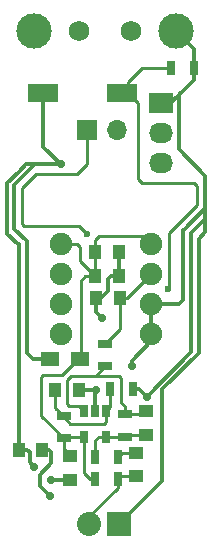
<source format=gbr>
G04 #@! TF.FileFunction,Copper,L2,Bot,Signal*
%FSLAX46Y46*%
G04 Gerber Fmt 4.6, Leading zero omitted, Abs format (unit mm)*
G04 Created by KiCad (PCBNEW 4.0.4-stable) date 01/28/17 22:06:06*
%MOMM*%
%LPD*%
G01*
G04 APERTURE LIST*
%ADD10C,0.100000*%
%ADD11R,1.000000X1.250000*%
%ADD12C,1.905000*%
%ADD13R,1.500000X1.250000*%
%ADD14R,2.500000X1.600000*%
%ADD15R,2.032000X2.032000*%
%ADD16O,2.032000X2.032000*%
%ADD17R,0.700000X1.300000*%
%ADD18R,0.650000X1.060000*%
%ADD19R,1.250000X1.000000*%
%ADD20R,2.032000X1.727200*%
%ADD21O,2.032000X1.727200*%
%ADD22R,1.300000X0.700000*%
%ADD23C,1.750000*%
%ADD24C,2.999740*%
%ADD25R,1.700000X1.700000*%
%ADD26O,1.700000X1.700000*%
%ADD27C,0.700000*%
%ADD28C,0.600000*%
%ADD29C,0.350000*%
%ADD30C,0.250000*%
G04 APERTURE END LIST*
D10*
D11*
X152000000Y-78190000D03*
X150000000Y-78190000D03*
D12*
X154740000Y-75480000D03*
X154740000Y-78020000D03*
X154740000Y-80560000D03*
X154740000Y-83100000D03*
X147120000Y-83100000D03*
X147120000Y-80560000D03*
X147120000Y-78020000D03*
X147120000Y-75480000D03*
D13*
X148710000Y-85180000D03*
X146210000Y-85180000D03*
D14*
X145580000Y-62720000D03*
X152280000Y-62720000D03*
D15*
X152030000Y-99170000D03*
D16*
X149490000Y-99170000D03*
D17*
X151890000Y-95400000D03*
X149990000Y-95400000D03*
D18*
X149050000Y-89590000D03*
X150000000Y-89590000D03*
X150950000Y-89590000D03*
X150950000Y-91790000D03*
X149050000Y-91790000D03*
D11*
X143510000Y-92870000D03*
X145510000Y-92870000D03*
D19*
X154320000Y-89630000D03*
X154320000Y-91630000D03*
X147900000Y-93460000D03*
X147900000Y-95460000D03*
D11*
X152010000Y-76150000D03*
X150010000Y-76150000D03*
D19*
X153460000Y-95130000D03*
X153460000Y-93130000D03*
D11*
X152100000Y-80080000D03*
X150100000Y-80080000D03*
X148620000Y-87870000D03*
X146620000Y-87870000D03*
D20*
X155570000Y-63570000D03*
D21*
X155570000Y-66110000D03*
X155570000Y-68650000D03*
D17*
X158350000Y-60610000D03*
X156450000Y-60610000D03*
D22*
X152490000Y-89870000D03*
X152490000Y-91770000D03*
X147320000Y-91930000D03*
X147320000Y-90030000D03*
D17*
X149990000Y-93530000D03*
X151890000Y-93530000D03*
D22*
X150850000Y-83910000D03*
X150850000Y-85810000D03*
D17*
X151260000Y-87780000D03*
X153160000Y-87780000D03*
D23*
X148600000Y-57400000D03*
X153000000Y-57400000D03*
D24*
X156800000Y-57400000D03*
X144800000Y-57400000D03*
D25*
X149280000Y-65840000D03*
D26*
X151820000Y-65840000D03*
D27*
X150570000Y-81710000D03*
X153100000Y-85760000D03*
X154360000Y-88430000D03*
X146130000Y-96770000D03*
X150060000Y-87870000D03*
X146290000Y-95460000D03*
X144820000Y-94320000D03*
X147080000Y-68720000D03*
D28*
X156120000Y-79240000D03*
X149310000Y-74630000D03*
D29*
X152030000Y-99170000D02*
X155670000Y-95530000D01*
X155670000Y-88930000D02*
X155670000Y-87780000D01*
X158760000Y-84690000D02*
X158760000Y-81830000D01*
X155670000Y-87780000D02*
X158760000Y-84690000D01*
X158760000Y-81830000D02*
X158760000Y-75580000D01*
X158760000Y-75020000D02*
X159330000Y-74450000D01*
X159330000Y-74450000D02*
X159330000Y-73340000D01*
X158760000Y-75580000D02*
X158760000Y-75020000D01*
X155670000Y-95530000D02*
X155670000Y-88930000D01*
X159330000Y-69680000D02*
X157090000Y-67440000D01*
X159330000Y-72450000D02*
X159330000Y-69680000D01*
X157190000Y-62720000D02*
X157190000Y-62730000D01*
X157090000Y-62820000D02*
X157190000Y-62720000D01*
X157090000Y-67440000D02*
X157090000Y-62820000D01*
X150100000Y-81240000D02*
X150570000Y-81710000D01*
X150100000Y-81240000D02*
X150100000Y-80080000D01*
X152000000Y-78220000D02*
X152200000Y-78220000D01*
X154740000Y-80560000D02*
X157080000Y-80560000D01*
X157080000Y-80560000D02*
X157455000Y-80185000D01*
X157455000Y-80185000D02*
X157455000Y-78445000D01*
X157455000Y-78445000D02*
X157455000Y-74325000D01*
X157455000Y-74325000D02*
X157505000Y-74275000D01*
X157505000Y-74275000D02*
X159330000Y-72450000D01*
X154740000Y-83100000D02*
X154740000Y-80560000D01*
X154740000Y-83100000D02*
X154740000Y-83700000D01*
X154740000Y-83700000D02*
X153100000Y-85340000D01*
X153100000Y-85760000D02*
X153100000Y-85340000D01*
X158110000Y-74680000D02*
X158110000Y-74560000D01*
X154360000Y-88430000D02*
X154360000Y-88400000D01*
X154360000Y-88400000D02*
X158110000Y-84600000D01*
X158110000Y-84600000D02*
X158110000Y-74750000D01*
X158110000Y-74750000D02*
X158110000Y-74680000D01*
X158110000Y-74560000D02*
X159330000Y-73340000D01*
X155320000Y-63560000D02*
X156360000Y-63560000D01*
X156360000Y-63560000D02*
X157000000Y-62920000D01*
X157010000Y-62910000D02*
X157190000Y-62730000D01*
X157000000Y-62920000D02*
X157010000Y-62910000D01*
X158350000Y-60610000D02*
X158350000Y-58950000D01*
X158350000Y-58950000D02*
X156800000Y-57400000D01*
X158350000Y-61530000D02*
X158350000Y-60610000D01*
X158370000Y-61550000D02*
X158350000Y-61530000D01*
X157190000Y-62730000D02*
X158370000Y-61550000D01*
X159330000Y-73340000D02*
X159330000Y-72450000D01*
X157455000Y-78445000D02*
X157460000Y-78440000D01*
X157460000Y-78440000D02*
X157460000Y-78430000D01*
X152000000Y-78220000D02*
X152000000Y-76320000D01*
X152000000Y-76320000D02*
X152010000Y-76310000D01*
X154360000Y-88430000D02*
X153710000Y-87780000D01*
X153710000Y-87780000D02*
X153160000Y-87780000D01*
X145510000Y-92870000D02*
X146100000Y-92870000D01*
X145330000Y-95970000D02*
X146130000Y-96770000D01*
X145330000Y-95010000D02*
X145330000Y-95970000D01*
X146290000Y-94050000D02*
X145330000Y-95010000D01*
X146290000Y-93060000D02*
X146290000Y-94050000D01*
X146100000Y-92870000D02*
X146290000Y-93060000D01*
X150000000Y-89590000D02*
X150000000Y-87930000D01*
X150000000Y-87930000D02*
X150060000Y-87870000D01*
X148620000Y-87870000D02*
X150060000Y-87870000D01*
X150000000Y-89590000D02*
X150050000Y-89540000D01*
X147900000Y-95460000D02*
X146290000Y-95460000D01*
X150110000Y-80080000D02*
X150450000Y-80080000D01*
X150450000Y-80080000D02*
X151110000Y-79420000D01*
X151110000Y-79420000D02*
X151110000Y-78420000D01*
X151110000Y-78420000D02*
X151310000Y-78220000D01*
X151310000Y-78220000D02*
X152000000Y-78220000D01*
X147080000Y-68720000D02*
X145580000Y-67220000D01*
X145580000Y-67220000D02*
X145580000Y-62720000D01*
X145710000Y-62590000D02*
X145580000Y-62720000D01*
X144190000Y-75530000D02*
X144190000Y-75240000D01*
X143160000Y-70461470D02*
X144891470Y-68730000D01*
X143160000Y-74210000D02*
X143160000Y-70461470D01*
X144190000Y-75240000D02*
X143160000Y-74210000D01*
X143510000Y-75510000D02*
X143460000Y-75510000D01*
X142540000Y-70330000D02*
X143510000Y-69360000D01*
X142540000Y-74590000D02*
X142540000Y-70330000D01*
X143460000Y-75510000D02*
X142540000Y-74590000D01*
X144440000Y-93940000D02*
X144820000Y-94320000D01*
X144210000Y-92870000D02*
X143510000Y-92870000D01*
X144440000Y-93100000D02*
X144210000Y-92870000D01*
X144440000Y-93100000D02*
X144440000Y-93940000D01*
X144190000Y-84140000D02*
X144190000Y-84660000D01*
X144190000Y-84140000D02*
X144190000Y-75530000D01*
X144710000Y-85180000D02*
X146210000Y-85180000D01*
X144190000Y-84660000D02*
X144710000Y-85180000D01*
X143510000Y-69360000D02*
X144140000Y-68730000D01*
X144740000Y-68730000D02*
X144140000Y-68730000D01*
X143510000Y-75510000D02*
X143510000Y-92870000D01*
X147070000Y-68730000D02*
X144740000Y-68730000D01*
X147080000Y-68720000D02*
X147070000Y-68730000D01*
D30*
X150010000Y-76150000D02*
X150010000Y-75100000D01*
X154060000Y-74800000D02*
X154740000Y-75480000D01*
X150310000Y-74800000D02*
X154060000Y-74800000D01*
X150010000Y-75100000D02*
X150310000Y-74800000D01*
X150000000Y-78190000D02*
X149990000Y-78190000D01*
X149990000Y-78190000D02*
X148700000Y-76900000D01*
X148480000Y-75480000D02*
X147120000Y-75480000D01*
X148700000Y-75700000D02*
X148480000Y-75480000D01*
X148700000Y-76900000D02*
X148700000Y-75700000D01*
X148710000Y-85180000D02*
X148760000Y-85130000D01*
X148760000Y-85130000D02*
X148760000Y-78590000D01*
X149160000Y-78190000D02*
X150000000Y-78190000D01*
X148760000Y-78590000D02*
X149160000Y-78190000D01*
X150000000Y-78220000D02*
X149770000Y-78220000D01*
X150000000Y-78220000D02*
X150000000Y-76320000D01*
X150000000Y-76320000D02*
X150010000Y-76310000D01*
X150010000Y-76310000D02*
X150010000Y-75860000D01*
X148710000Y-85180000D02*
X148550000Y-85180000D01*
X148550000Y-85180000D02*
X147170000Y-86560000D01*
X147170000Y-86560000D02*
X145580000Y-86560000D01*
X145580000Y-86560000D02*
X145390000Y-86750000D01*
X145390000Y-86750000D02*
X145390000Y-90000000D01*
X145390000Y-90000000D02*
X147320000Y-91930000D01*
X147320000Y-91930000D02*
X147320000Y-92850000D01*
X147320000Y-92850000D02*
X147840000Y-93370000D01*
X149990000Y-95330000D02*
X149540000Y-95330000D01*
X149050000Y-94840000D02*
X149050000Y-91790000D01*
X149540000Y-95330000D02*
X149050000Y-94840000D01*
X149050000Y-91790000D02*
X147460000Y-91790000D01*
X147460000Y-91790000D02*
X147320000Y-91930000D01*
X150850000Y-83910000D02*
X152100000Y-82660000D01*
X152100000Y-82660000D02*
X152100000Y-80080000D01*
X152100000Y-80080000D02*
X152680000Y-80080000D01*
X152680000Y-80080000D02*
X154740000Y-78020000D01*
X150950000Y-89590000D02*
X151260000Y-89280000D01*
X151260000Y-89280000D02*
X151260000Y-87780000D01*
X146620000Y-87870000D02*
X146620000Y-89330000D01*
X146620000Y-89330000D02*
X147320000Y-90030000D01*
X147260000Y-89970000D02*
X147320000Y-90030000D01*
X147320000Y-90030000D02*
X147160000Y-90030000D01*
X147320000Y-90030000D02*
X147320000Y-90110000D01*
X147320000Y-90110000D02*
X147900000Y-90690000D01*
X147900000Y-90690000D02*
X150760000Y-90690000D01*
X150760000Y-90690000D02*
X150950000Y-90500000D01*
X150950000Y-90500000D02*
X150950000Y-89590000D01*
X158625000Y-72165000D02*
X158625000Y-70545002D01*
X153620000Y-69970000D02*
X153920000Y-70270000D01*
X153620000Y-63570000D02*
X152770000Y-62720000D01*
X153620000Y-63570000D02*
X153620000Y-69740000D01*
X153620000Y-69740000D02*
X153620000Y-69970000D01*
X153920000Y-70270000D02*
X158349998Y-70270000D01*
X158625000Y-70545002D02*
X158349998Y-70270000D01*
X156230000Y-74560000D02*
X158625000Y-72165000D01*
X156230000Y-79130000D02*
X156230000Y-74560000D01*
X156120000Y-79240000D02*
X156230000Y-79130000D01*
X158625000Y-72165000D02*
X158629999Y-72160001D01*
X152770000Y-62720000D02*
X152770000Y-61770000D01*
X152770000Y-61770000D02*
X153930000Y-60610000D01*
X153930000Y-60610000D02*
X156450000Y-60610000D01*
X143760002Y-70709998D02*
X144790002Y-69679998D01*
X145350000Y-73960000D02*
X143950002Y-73960000D01*
X149310000Y-74630000D02*
X148640000Y-73960000D01*
X148640000Y-73960000D02*
X145350000Y-73960000D01*
X143760002Y-73770000D02*
X143760002Y-70990000D01*
X143950002Y-73960000D02*
X143760002Y-73770000D01*
X149280000Y-65840000D02*
X149280000Y-68720000D01*
X148480000Y-69520000D02*
X149280000Y-68720000D01*
X144950000Y-69520000D02*
X148480000Y-69520000D01*
X144790002Y-69679998D02*
X144950000Y-69520000D01*
X143760002Y-70990000D02*
X143760002Y-70709998D01*
X149380000Y-86610000D02*
X150050000Y-86610000D01*
X150050000Y-86610000D02*
X150850000Y-85810000D01*
X152170000Y-86810000D02*
X151970000Y-86610000D01*
X152490000Y-89870000D02*
X152490000Y-89220000D01*
X152170000Y-88900000D02*
X152170000Y-86810000D01*
X152490000Y-89220000D02*
X152170000Y-88900000D01*
X151970000Y-86610000D02*
X151010000Y-86610000D01*
X147570000Y-89000000D02*
X147570000Y-87010000D01*
X147570000Y-87010000D02*
X147970000Y-86610000D01*
X147970000Y-86610000D02*
X149380000Y-86610000D01*
X149380000Y-86610000D02*
X151010000Y-86610000D01*
X149050000Y-89590000D02*
X148640000Y-89180000D01*
X147750000Y-89180000D02*
X147570000Y-89000000D01*
X148640000Y-89180000D02*
X147750000Y-89180000D01*
X152490000Y-89870000D02*
X154080000Y-89870000D01*
X154080000Y-89870000D02*
X154320000Y-89630000D01*
X152490000Y-89870000D02*
X152490000Y-89600000D01*
X154310000Y-91610000D02*
X152650000Y-91610000D01*
X152490000Y-91770000D02*
X150970000Y-91770000D01*
X150970000Y-91770000D02*
X150950000Y-91790000D01*
X152650000Y-91610000D02*
X152490000Y-91770000D01*
X149990000Y-93530000D02*
X149990000Y-92100000D01*
X150300000Y-91790000D02*
X150950000Y-91790000D01*
X149990000Y-92100000D02*
X150300000Y-91790000D01*
X149490000Y-99170000D02*
X149490000Y-98530000D01*
X149490000Y-98530000D02*
X151930000Y-96090000D01*
X151930000Y-96090000D02*
X151930000Y-95400000D01*
X153460000Y-95130000D02*
X152090000Y-95130000D01*
X152090000Y-95130000D02*
X151890000Y-95330000D01*
X153460000Y-93130000D02*
X152290000Y-93130000D01*
X152290000Y-93130000D02*
X151890000Y-93530000D01*
M02*

</source>
